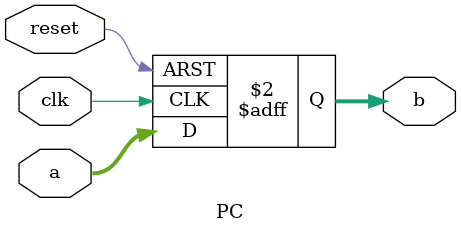
<source format=v>
`timescale 1ns / 1ps


module PC(
    input [31:0] a,     // This is PCNext from datapath
    input  clk,
    input reset,
    output reg [31:0] b  // This is PC (output)
);
    always @(posedge clk or posedge reset) begin
        if(reset)
            b <= 32'h00000000; // Correct reset to 0
        else
            b <= a;            // CORRECTED: Simply store the input 'a'
    end
endmodule
</source>
